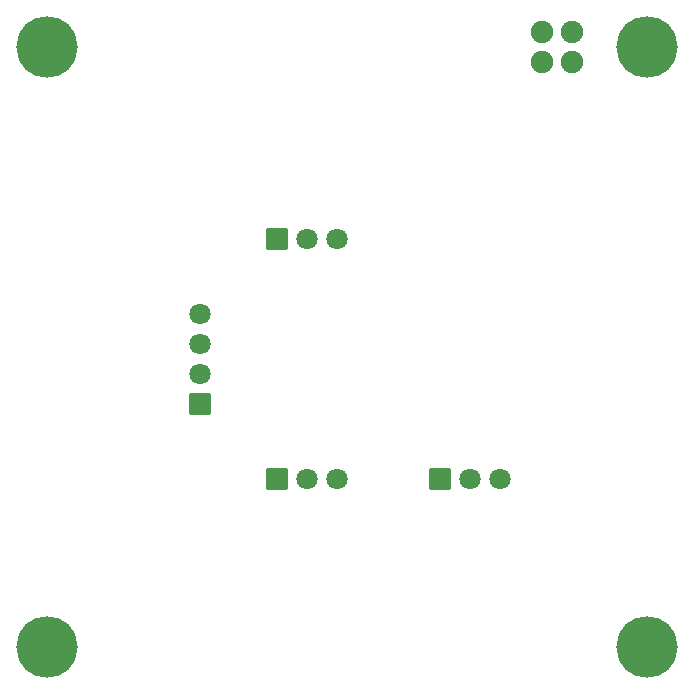
<source format=gbs>
G04 Layer: BottomSolderMaskLayer*
G04 Panelize: , Column: 2, Row: 2, Board Size: 58.42mm x 58.42mm, Panelized Board Size: 118.84mm x 118.84mm*
G04 EasyEDA v6.5.34, 2023-09-08 22:52:23*
G04 25f9ab1a57db4546acea81688240381b,5a6b42c53f6a479593ecc07194224c93,10*
G04 Gerber Generator version 0.2*
G04 Scale: 100 percent, Rotated: No, Reflected: No *
G04 Dimensions in millimeters *
G04 leading zeros omitted , absolute positions ,4 integer and 5 decimal *
%FSLAX45Y45*%
%MOMM*%

%AMMACRO1*1,1,$1,$2,$3*1,1,$1,$4,$5*1,1,$1,0-$2,0-$3*1,1,$1,0-$4,0-$5*20,1,$1,$2,$3,$4,$5,0*20,1,$1,$4,$5,0-$2,0-$3,0*20,1,$1,0-$2,0-$3,0-$4,0-$5,0*20,1,$1,0-$4,0-$5,$2,$3,0*4,1,4,$2,$3,$4,$5,0-$2,0-$3,0-$4,0-$5,$2,$3,0*%
%ADD10MACRO1,0.1016X-0.85X0.85X0.85X0.85*%
%ADD11C,1.8016*%
%ADD12MACRO1,0.1016X-0.85X-0.85X-0.85X0.85*%
%ADD13C,5.2032*%
%ADD14C,1.9016*%

%LPD*%
D10*
G01*
X3708392Y1803397D03*
D11*
G01*
X3962400Y1803400D03*
G01*
X4216400Y1803400D03*
D12*
G01*
X1676387Y2438397D03*
D11*
G01*
X1676400Y2692400D03*
G01*
X1676400Y2946400D03*
G01*
X1676400Y3200400D03*
D10*
G01*
X2324087Y3835397D03*
D11*
G01*
X2578100Y3835400D03*
G01*
X2832100Y3835400D03*
D10*
G01*
X2324087Y1803397D03*
D11*
G01*
X2578100Y1803400D03*
G01*
X2832100Y1803400D03*
D13*
G01*
X381000Y5461000D03*
G01*
X5461000Y5461000D03*
G01*
X5461000Y381000D03*
G01*
X381000Y381000D03*
D14*
G01*
X4572000Y5588000D03*
G01*
X4572000Y5334000D03*
G01*
X4826000Y5334000D03*
G01*
X4826000Y5588000D03*
M02*

</source>
